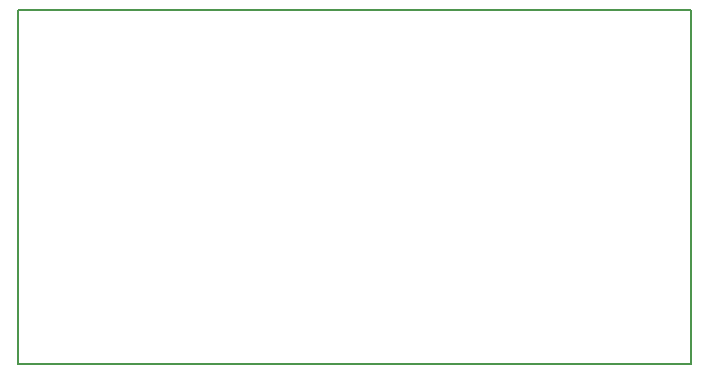
<source format=gm1>
%TF.GenerationSoftware,KiCad,Pcbnew,(5.1.10)-1*%
%TF.CreationDate,2021-11-25T10:26:18+01:00*%
%TF.ProjectId,POWER_BOARD,504f5745-525f-4424-9f41-52442e6b6963,V01*%
%TF.SameCoordinates,Original*%
%TF.FileFunction,Profile,NP*%
%FSLAX46Y46*%
G04 Gerber Fmt 4.6, Leading zero omitted, Abs format (unit mm)*
G04 Created by KiCad (PCBNEW (5.1.10)-1) date 2021-11-25 10:26:18*
%MOMM*%
%LPD*%
G01*
G04 APERTURE LIST*
%TA.AperFunction,Profile*%
%ADD10C,0.150000*%
%TD*%
G04 APERTURE END LIST*
D10*
X95000000Y-80000000D02*
X95000000Y-110000000D01*
X95000000Y-110000000D02*
X152000000Y-110000000D01*
X152000000Y-80000000D02*
X152000000Y-110000000D01*
X95000000Y-80000000D02*
X152000000Y-80000000D01*
M02*

</source>
